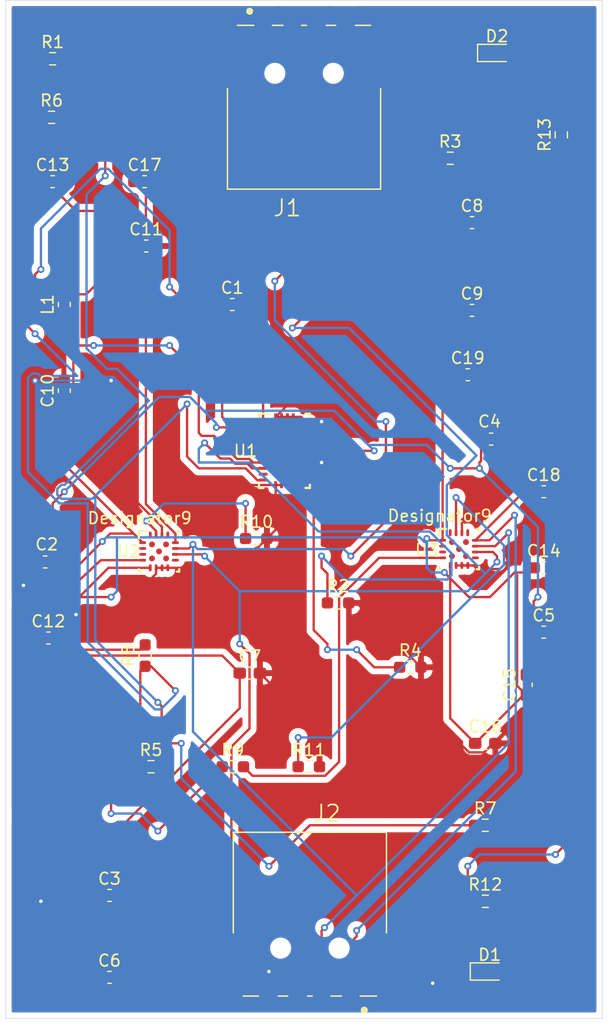
<source format=kicad_pcb>
(kicad_pcb (version 20240108) (generator "pcbnew") (generator_version "8.0")
  (title_block (title "HOPE ENGINEERING") (company "Tatenda Joseph"))
  (layers (0 "F.Cu" signal) (31 "B.Cu" signal) (34 "B.Paste" user) (35 "F.Paste" user) (36 "B.SilkS" user "B.Silkscreen") (37 "F.SilkS" user "F.Silkscreen") (38 "B.Mask" user) (39 "F.Mask" user) (44 "Edge.Cuts" user))
  (net 0 "")
  (net 1 "/SW")
  (net 2 "Net-(U1-CBOOT)")
  (net 3 "+12V")
  (net 4 "GND")
  (net 5 "/VOUT")
  (net 6 "/CS")
  (net 7 "Net-(J1-VBUS)")
  (net 8 "Net-(J2-VBUS)")
  (net 9 "Net-(D1-A)")
  (net 10 "Net-(D2-A)")
  (net 11 "/B_D+")
  (net 12 "/B_D-")
  (net 13 "Net-(U1-RT)")
  (net 14 "Net-(U1-SYNC)")
  (net 15 "/FB")
  (net 16 "Net-(U2-CS)")
  (net 17 "Net-(U3-CS)")
  (net 18 "Net-(U2-ILIM_LO)")
  (net 19 "Net-(U3-ILIM_LO)")
  (net 20 "/DIM")
  (footprint "Capacitor_SMD:C_0603_1608Metric_Pad1.08x0.95mm_HandSolder" (layer "F.Cu") (at 128.3625 128.5)
    (property "Reference" "C6")
    (property "Value" "47uF")
  )
  (footprint "Resistor_SMD:R_0603_1608Metric_Pad0.98x0.95mm_HandSolder" (layer "F.Cu") (at 140.9125 91)
    (property "Reference" "R10")
    (property "Value" "20K")
  )
  (footprint "Capacitor_SMD:C_0603_1608Metric_Pad1.08x0.95mm_HandSolder" (layer "F.Cu") (at 161 82.5)
    (property "Reference" "C4")
    (property "Value" "10uF")
  )
  (footprint "Resistor_SMD:R_0603_1608Metric_Pad0.98x0.95mm_HandSolder" (layer "F.Cu") (at 160.5 122)
    (property "Reference" "R12")
    (property "Value" "715")
  )
  (footprint "Capacitor_SMD:C_0603_1608Metric_Pad1.08x0.95mm_HandSolder" (layer "F.Cu") (at 164 103.5 90)
    (property "Reference" "C15")
    (property "Value" "0.1uF")
  )
  (footprint "Resistor_SMD:R_0603_1608Metric_Pad0.98x0.95mm_HandSolder" (layer "F.Cu") (at 154.0875 102)
    (property "Reference" "R4")
    (property "Value" "0R")
  )
  (footprint "Capacitor_SMD:C_0603_1608Metric_Pad1.08x0.95mm_HandSolder" (layer "F.Cu") (at 140.3625 102.5)
    (property "Reference" "C7")
    (property "Value" "47uF")
  )
  (footprint "Capacitor_SMD:C_0603_1608Metric_Pad1.08x0.95mm_HandSolder" (layer "F.Cu") (at 124.5 78.3625 90)
    (property "Reference" "C10")
    (property "Value" "47uF")
  )
  (footprint "Capacitor_SMD:C_0603_1608Metric_Pad1.08x0.95mm_HandSolder" (layer "F.Cu") (at 160.5 108.5)
    (property "Reference" "C16")
    (property "Value" "0.1uF")
  )
  (footprint "Capacitor_SMD:C_0603_1608Metric_Pad1.08x0.95mm_HandSolder" (layer "F.Cu") (at 138.8625 71)
    (property "Reference" "C1")
    (property "Value" "0.47uF")
  )
  (footprint "Capacitor_SMD:C_0603_1608Metric_Pad1.08x0.95mm_HandSolder" (layer "F.Cu") (at 159 77)
    (property "Reference" "C19")
    (property "Value" "2.2uF")
  )
  (footprint "Inductor_SMD:L_0603_1608Metric_Pad1.05x0.95mm_HandSolder" (layer "F.Cu") (at 124.5 71 90)
    (property "Reference" "L1")
    (property "Value" "6.8uH")
  )
  (footprint "Resistor_SMD:R_0603_1608Metric_Pad0.98x0.95mm_HandSolder" (layer "F.Cu") (at 131.9125 110.5)
    (property "Reference" "R5")
    (property "Value" "47K")
  )
  (footprint "Capacitor_SMD:C_0603_1608Metric_Pad1.08x0.95mm_HandSolder" (layer "F.Cu") (at 128.3625 121.5)
    (property "Reference" "C3")
    (property "Value" "10uF")
  )
  (footprint "Capacitor_SMD:C_0603_1608Metric_Pad1.08x0.95mm_HandSolder" (layer "F.Cu") (at 165.5 87)
    (property "Reference" "C18")
    (property "Value" "10uF")
  )
  (footprint "Capacitor_SMD:C_0603_1608Metric_Pad1.08x0.95mm_HandSolder" (layer "F.Cu") (at 123.1375 99.5)
    (property "Reference" "C12")
    (property "Value" "0.47uF")
  )
  (footprint "Diode_SMD:D_0603_1608Metric_Pad1.05x0.95mm_HandSolder" (layer "F.Cu") (at 161.5 49.5)
    (property "Reference" "D2")
    (property "Value" "LED_Filled")
  )
  (footprint "Library:CUI_UJ2-AH-1-SMT" (layer "F.Cu") (at 145 51.24)
    (property "Reference" "J1")
    (property "Value" "USB CONN")
  )
  (footprint "Capacitor_SMD:C_0603_1608Metric_Pad1.08x0.95mm_HandSolder" (layer "F.Cu") (at 165.5 99)
    (property "Reference" "C5")
    (property "Value" "0.47uF")
  )
  (footprint "Capacitor_SMD:C_0603_1608Metric_Pad1.08x0.95mm_HandSolder" (layer "F.Cu") (at 159.3625 64)
    (property "Reference" "C8")
    (property "Value" "47uF")
  )
  (footprint "Capacitor_SMD:C_0603_1608Metric_Pad1.08x0.95mm_HandSolder" (layer "F.Cu") (at 159.3625 71.5)
    (property "Reference" "C9")
    (property "Value" "47uF")
  )
  (footprint "Resistor_SMD:R_0603_1608Metric_Pad0.98x0.95mm_HandSolder" (layer "F.Cu") (at 123.4125 55)
    (property "Reference" "R6")
    (property "Value" "200K")
  )
  (footprint "Resistor_SMD:R_0603_1608Metric_Pad0.98x0.95mm_HandSolder" (layer "F.Cu") (at 131.4125 101 90)
    (property "Reference" "R8")
    (property "Value" "0R")
  )
  (footprint "Library:RNP0030A" (layer "F.Cu") (at 143.325 83.500001)
    (property "Reference" "U1")
    (property "Value" "LM73605QRNPTQ1")
  )
  (footprint "Library:RTE0016C" (layer "F.Cu") (at 158.249999 91.9)
    (property "Reference" "U3")
    (property "Value" "TPS2549RTER")
  )
  (footprint "Capacitor_SMD:C_0603_1608Metric_Pad1.08x0.95mm_HandSolder" (layer "F.Cu") (at 122.8625 93 180)
    (property "Reference" "C2")
    (property "Value" "10uF")
  )
  (footprint "Resistor_SMD:R_0603_1608Metric_Pad0.98x0.95mm_HandSolder" (layer "F.Cu") (at 123.5 50)
    (property "Reference" "R1")
    (property "Value" "2.1K")
  )
  (footprint "Capacitor_SMD:C_0603_1608Metric_Pad1.08x0.95mm_HandSolder" (layer "F.Cu") (at 165.5 93.5)
    (property "Reference" "C14")
    (property "Value" "0.1uF")
  )
  (footprint "Diode_SMD:D_0603_1608Metric_Pad1.05x0.95mm_HandSolder" (layer "F.Cu") (at 160.875 128)
    (property "Reference" "D1")
    (property "Value" "LED_Filled")
  )
  (footprint "Resistor_SMD:R_0603_1608Metric_Pad0.98x0.95mm_HandSolder" (layer "F.Cu") (at 138.9125 110.5)
    (property "Reference" "R9")
    (property "Value" "0R")
  )
  (footprint "Resistor_SMD:R_0603_1608Metric_Pad0.98x0.95mm_HandSolder" (layer "F.Cu") (at 147.9125 96.5)
    (property "Reference" "R2")
    (property "Value" "112K")
  )
  (footprint "Resistor_SMD:R_0603_1608Metric_Pad0.98x0.95mm_HandSolder" (layer "F.Cu") (at 157.5 58.5)
    (property "Reference" "R3")
    (property "Value" "3.0R")
  )
  (footprint "Capacitor_SMD:C_0603_1608Metric_Pad1.08x0.95mm_HandSolder" (layer "F.Cu") (at 131.3625 60.5)
    (property "Reference" "C17")
    (property "Value" "10uF")
  )
  (footprint "Capacitor_SMD:C_0603_1608Metric_Pad1.08x0.95mm_HandSolder" (layer "F.Cu") (at 131.5 66)
    (property "Reference" "C11")
    (property "Value" "47uF")
  )
  (footprint "Resistor_SMD:R_0603_1608Metric_Pad0.98x0.95mm_HandSolder" (layer "F.Cu") (at 145.4125 110.5)
    (property "Reference" "R11")
    (property "Value" "20K")
  )
  (footprint "Resistor_SMD:R_0603_1608Metric_Pad0.98x0.95mm_HandSolder" (layer "F.Cu") (at 167 56.5 90)
    (property "Reference" "R13")
    (property "Value" "715")
  )
  (footprint "Resistor_SMD:R_0603_1608Metric_Pad0.98x0.95mm_HandSolder" (layer "F.Cu") (at 160.5 115.5)
    (property "Reference" "R7")
    (property "Value" "10K")
  )
  (footprint "Capacitor_SMD:C_0603_1608Metric_Pad1.08x0.95mm_HandSolder" (layer "F.Cu") (at 123.5 60.5)
    (property "Reference" "C13")
    (property "Value" "0.022uF")
  )
  (footprint "Library:CUI_UJ2-AH-1-SMT" (layer "F.Cu") (at 145.5 126 180)
    (property "Reference" "J2")
    (property "Value" "USB CONN")
  )
  (footprint "Library:RTE0016C" (layer "F.Cu") (at 132.599999 92.099999)
    (property "Reference" "U2")
    (property "Value" "TPS2549RTER")
  )
  (gr_line (start 119.5 45) (end 119.5 132) (stroke (width 0.05)) (layer "Edge.Cuts"))
  (gr_line (start 170.5 132) (end 170.5 45) (stroke (width 0.05)) (layer "Edge.Cuts"))
  (gr_line (start 119.5 132) (end 170.5 132) (stroke (width 0.05)) (layer "Edge.Cuts"))
  (gr_line (start 119.5 45) (end 170.5 45) (stroke (width 0.05)) (layer "Edge.Cuts"))
  (segment (start 141.5 81.000001) (end 141.5 72.775) (width 0.2) (layer "F.Cu") (net 1))
  (segment (start 134.225 70.225) (end 133.5 69.5) (width 0.2) (layer "F.Cu") (net 1))
  (segment (start 122.425 68) (end 122 68.425) (width 0.2) (layer "F.Cu") (net 1))
  (segment (start 141.5 81.5) (end 141.5 81.000001) (width 0.2) (layer "F.Cu") (net 1))
  (segment (start 139.725 71) (end 138.95 70.225) (width 0.2) (layer "F.Cu") (net 1))
  (segment (start 122 69.375) (end 124.5 71.875) (width 0.2) (layer "F.Cu") (net 1))
  (segment (start 138.95 70.225) (end 134.225 70.225) (width 0.2) (layer "F.Cu") (net 1))
  (segment (start 122.5 68) (end 122.425 68) (width 0.2) (layer "F.Cu") (net 1))
  (segment (start 141.5 72.775) (end 139.725 71) (width 0.2) (layer "F.Cu") (net 1))
  (segment (start 122 68.425) (end 122 69.375) (width 0.2) (layer "F.Cu") (net 1))
  (segment (start 141.5 81.5) (end 141.5 83.000002) (width 0.2) (layer "F.Cu") (net 1))
  (via (at 133.5 69.5) (size 0.6) (drill 0.3) (layers "F.Cu" "B.Cu") (net 1))
  (via (at 122.5 68) (size 0.6) (drill 0.3) (layers "F.Cu" "B.Cu") (net 1))
  (segment (start 133.5 64.651471) (end 128.248529 59.4) (width 0.2) (layer "B.Cu") (net 1))
  (segment (start 122.5 64.5) (end 122.5 68) (width 0.2) (layer "B.Cu") (net 1))
  (segment (start 133.5 69.5) (end 133.5 64.651471) (width 0.2) (layer "B.Cu") (net 1))
  (segment (start 127.6 59.4) (end 122.5 64.5) (width 0.2) (layer "B.Cu") (net 1))
  (segment (start 128.248529 59.4) (end 127.6 59.4) (width 0.2) (layer "B.Cu") (net 1))
  (segment (start 141.5 83.500001) (end 140.9 83.500001) (width 0.2) (layer "F.Cu") (net 2))
  (segment (start 140.9 83.500001) (end 138 80.600001) (width 0.2) (layer "F.Cu") (net 2))
  (segment (start 138 80.600001) (end 138 71) (width 0.2) (layer "F.Cu") (net 2))
  (segment (start 123.725 90.725) (end 123.725 93) (width 0.2) (layer "F.Cu") (net 3))
  (segment (start 141 84) (end 140.900001 83.900001) (width 0.2) (layer "F.Cu") (net 3))
  (segment (start 150 83.5) (end 151 83.5) (width 0.2) (layer "F.Cu") (net 3))
  (segment (start 140.900001 83.900001) (end 140.734314 83.900001) (width 0.2) (layer "F.Cu") (net 3))
  (segment (start 160 85) (end 160 84.5) (width 0.2) (layer "F.Cu") (net 3))
  (segment (start 141 84) (end 141.5 84) (width 0.2) (layer "F.Cu") (net 3))
  (segment (start 145.15 84) (end 145.15 83.000002) (width 0.2) (layer "F.Cu") (net 3))
  (segment (start 158.1375 77) (end 158.1375 80.5) (width 0.2) (layer "F.Cu") (net 3))
  (segment (start 124.5 87) (end 123.5 88) (width 0.2) (layer "F.Cu") (net 3))
  (segment (start 164.6375 96.3625) (end 165 96) (width 0.2) (layer "F.Cu") (net 3))
  (segment (start 122.682843 95.751471) (end 123.725 94.709314) (width 0.2) (layer "F.Cu") (net 3))
  (segment (start 138.334313 81.5) (end 137.5 81.5) (width 0.2) (layer "F.Cu") (net 3))
  (segment (start 149.500002 83.000002) (end 150 83.5) (width 0.2) (layer "F.Cu") (net 3))
  (segment (start 146.251471 85.1) (end 148.4 85.1) (width 0.2) (layer "F.Cu") (net 3))
  (segment (start 145.15 83.000002) (end 149.500002 83.000002) (width 0.2) (layer "F.Cu") (net 3))
  (segment (start 158.1375 80.5) (end 160.1375 82.5) (width 0.2) (layer "F.Cu") (net 3))
  (segment (start 164.6375 99) (end 164.6375 96.3625) (width 0.2) (layer "F.Cu") (net 3))
  (segment (start 160.1375 84.3625) (end 160.1375 82.5) (width 0.2) (layer "F.Cu") (net 3))
  (segment (start 120.1 114.1) (end 120.1 97.051471) (width 0.2) (layer "F.Cu") (net 3))
  (segment (start 120.1 97.051471) (end 121.751471 95.4) (width 0.2) (layer "F.Cu") (net 3))
  (segment (start 121.751471 95.4) (end 122.248529 95.4) (width 0.2) (layer "F.Cu") (net 3))
  (segment (start 140.734314 83.900001) (end 138.334313 81.5) (width 0.2) (layer "F.Cu") (net 3))
  (segment (start 148.4 85.1) (end 150 83.5) (width 0.2) (layer "F.Cu") (net 3))
  (segment (start 122.6 95.751471) (end 122.682843 95.751471) (width 0.2) (layer "F.Cu") (net 3))
  (segment (start 123.5 90.5) (end 123.725 90.725) (width 0.2) (layer "F.Cu") (net 3))
  (segment (start 122.248529 95.4) (end 122.6 95.751471) (width 0.2) (layer "F.Cu") (net 3))
  (segment (start 145.15 85.000001) (end 146.151472 85.000001) (width 0.2) (layer "F.Cu") (net 3))
  (segment (start 123.725 94.709314) (end 123.725 93) (width 0.2) (layer "F.Cu") (net 3))
  (segment (start 146.151472 85.000001) (end 146.251471 85.1) (width 0.2) (layer "F.Cu") (net 3))
  (segment (start 127.5 121.5) (end 120.1 114.1) (width 0.2) (layer "F.Cu") (net 3))
  (segment (start 123.5 88) (end 123.5 90.5) (width 0.2) (layer "F.Cu") (net 3))
  (segment (start 160 84.5) (end 160.1375 84.3625) (width 0.2) (layer "F.Cu") (net 3))
  (segment (start 157.5 85) (end 160 85) (width 0.2) (layer "F.Cu") (net 3))
  (via (at 151 83.5) (size 0.6) (drill 0.3) (layers "F.Cu" "B.Cu") (net 3))
  (via (at 157.5 85) (size 0.6) (drill 0.3) (layers "F.Cu" "B.Cu") (net 3))
  (via (at 137.5 81.5) (size 0.6) (drill 0.3) (layers "F.Cu" "B.Cu") (net 3))
  (via (at 165 96) (size 0.6) (drill 0.3) (layers "F.Cu" "B.Cu") (net 3))
  (via (at 124.5 87) (size 0.6) (drill 0.3) (layers "F.Cu" "B.Cu") (net 3))
  (via (at 160 85) (size 0.6) (drill 0.3) (layers "F.Cu" "B.Cu") (net 3))
  (segment (start 147.575736 80.075736) (end 150.5 83) (width 0.2) (layer "B.Cu") (net 3))
  (segment (start 136.424264 80.075736) (end 147.575736 80.075736) (width 0.2) (layer "B.Cu") (net 3))
  (segment (start 132.6 78.9) (end 124.5 87) (width 0.2) (layer "B.Cu") (net 3))
  (segment (start 135.248529 78.9) (end 132.6 78.9) (width 0.2) (layer "B.Cu") (net 3))
  (segment (start 150.5 83) (end 151 83.5) (width 0.2) (layer "B.Cu") (net 3))
  (segment (start 165 96) (end 165 90) (width 0.2) (layer "B.Cu") (net 3))
  (segment (start 137.5 81.151471) (end 136.424264 80.075736) (width 0.2) (layer "B.Cu") (net 3))
  (segment (start 155.5 83) (end 157.5 85) (width 0.2) (layer "B.Cu") (net 3))
  (segment (start 150.5 83) (end 155.5 83) (width 0.2) (layer "B.Cu") (net 3))
  (segment (start 136.424264 80.075736) (end 135.248529 78.9) (width 0.2) (layer "B.Cu") (net 3))
  (segment (start 137.5 81.5) (end 137.5 81.151471) (width 0.2) (layer "B.Cu") (net 3))
  (segment (start 165 90) (end 160 85) (width 0.2) (layer "B.Cu") (net 3))
  (segment (start 126.849998 99.5) (end 124 99.5) (width 0.2) (layer "F.Cu") (net 4))
  (segment (start 132.3625 66) (end 132.3625 84.3625) (width 0.2) (layer "F.Cu") (net 4))
  (segment (start 165.475 89.025) (end 165.475 86.533278) (width 0.2) (layer "F.Cu") (net 4))
  (segment (start 166.3625 100.275) (end 164 102.6375) (width 0.2) (layer "F.Cu") (net 4))
  (segment (start 164 102.6375) (end 164.775 103.4125) (width 0.2) (layer "F.Cu") (net 4))
  (segment (start 145.15 81.000001) (end 146.499999 81.000001) (width 0.2) (layer "F.Cu") (net 4))
  (segment (start 146.2125 107.4875) (end 146.2125 100.2125) (width 0.2) (layer "F.Cu") (net 4))
  (segment (start 160 128) (end 153.15 128) (width 0.2) (layer "F.Cu") (net 4))
  (segment (start 139.4125 93.4125) (end 139.325001 93.499999) (width 0.2) (layer "F.Cu") (net 4))
  (segment (start 160.225 76.6375) (end 159.8625 77) (width 0.2) (layer "F.Cu") (net 4))
  (segment (start 159.8625 77) (end 159.8625 80.5) (width 0.2) (layer "F.Cu") (net 4))
  (segment (start 163.5 91) (end 165.475 89.025) (width 0.2) (layer "F.Cu") (net 4))
  (segment (start 132.225 60.775) (end 132.3625 60.9125) (width 0.2) (layer "F.Cu") (net 4))
  (segment (start 129.225 121.5) (end 129.225 128.079222) (width 0.2) (layer "F.Cu") (net 4))
  (segment (start 158.500001 89.399999) (end 158.500001 90.5) (width 0.2) (layer "F.Cu") (net 4))
  (segment (start 164.775 103.4125) (end 164.775 105.0875) (width 0.2) (layer "F.Cu") (net 4))
  (segment (start 125.5 97.5) (end 125.5 98.5) (width 0.2) (layer "F.Cu") (net 4))
  (segment (start 141.825 91) (end 139.4125 93.4125) (width 0.2) (layer "F.Cu") (net 4))
  (segment (start 166.3625 93.5) (end 166.3625 87.420778) (width 0.2) (layer "F.Cu") (net 4))
  (segment (start 154.6 127.6) (end 156 129) (width 0.2) (layer "F.Cu") (net 4))
  (segment (start 159.8625 80.5) (end 161.8625 82.5) (width 0.2) (layer "F.Cu") (net 4))
  (segment (start 142.574999 90.250001) (end 141.825 91) (width 0.2) (layer "F.Cu") (net 4))
  (segment (start 132.349999 93.999999) (end 126.849998 99.5) (width 0.2) (layer "F.Cu") (net 4))
  (segment (start 142.574999 86.4) (end 142.574999 90.250001) (width 0.2) (layer "F.Cu") (net 4))
  (segment (start 153.15 128) (end 152.75 127.6) (width 0.2) (layer "F.Cu") (net 4))
  (segment (start 146.325 107.6) (end 141.225 102.5) (width 0.2) (layer "F.Cu") (net 4))
  (segment (start 144.750001 80.600002) (end 145.15 81.000001) (width 0.2) (layer "F.Cu") (net 4))
  (segment (start 165.220861 86.279139) (end 164.941722 86) (width 0.2) (layer "F.Cu") (net 4))
  (segment (start 126.970778 129.275) (end 122.5 124.804222) (width 0.2) (layer "F.Cu") (net 4))
  (segment (start 134.425 86.425) (end 144.725001 86.425) (width 0.2) (layer "F.Cu") (net 4))
  (segment (start 122 94) (end 121 95) (width 0.2) (layer "F.Cu") (net 4))
  (segment (start 128.029222 129.275) (end 126.970778 129.275) (width 0.2) (layer "F.Cu") (net 4))
  (segment (start 160.625 63.6) (end 160.225 64) (width 0.2) (layer "F.Cu") (net 4))
  (segment (start 166.3625 99) (end 166.3625 100.275) (width 0.2) (layer "F.Cu") (net 4))
  (segment (start 145.15 81.000001) (end 145.15 82.5) (width 0.2) (layer "F.Cu") (net 4))
  (segment (start 152.39 49.5) (end 152.25 49.64) (width 0.2) (layer "F.Cu") (net 4))
  (segment (start 166.3625 87.420778) (end 165.220861 86.279139) (width 0.2) (layer "F.Cu") (net 4))
  (segment (start 149.77 47.16) (end 152.25 49.64) (width 0.2) (layer "F.Cu") (net 4))
  (segment (start 159.108278 109.275) (end 155 105.166722) (width 0.2) (layer "F.Cu") (net 4))
  (segment (start 145.150002 84.5) (end 145.15 84.500002) (width 0.2) (layer "F.Cu") (net 4))
  (segment (start 144.725001 86.425) (end 145.15 86.000001) (width 0.2) (layer "F.Cu") (net 4))
  (segment (start 146.5 84.5) (end 145.150002 84.5) (width 0.2) (layer "F.Cu") (net 4))
  (segment (start 132.850001 90.001472) (end 128.5 85.651471) (width 0.2) (layer "F.Cu") (net 4))
  (segment (start 137.75 54.975) (end 132.225 60.5) (width 0.2) (layer "F.Cu") (net 4))
  (segment (start 148.5 74.675001) (end 142.574999 80.600002) (width 0.2) (layer "F.Cu") (net 4))
  (segment (start 160.625 127.375) (end 160 128) (width 0.2) (layer "F.Cu") (net 4))
  (segment (start 159.5 93.3) (end 159.8 93.6) (width 0.2) (layer "F.Cu") (net 4))
  (segment (start 142 128) (end 142 130.08) (width 0.2) (layer "F.Cu") (net 4))
  (segment (start 146.2125 100.2125) (end 139.4125 93.4125) (width 0.2) (layer "F.Cu") (net 4))
  (segment (start 132.3625 60.9125) (end 132.3625 66) (width 0.2) (layer "F.Cu") (net 4))
  (segment (start 161.4125 115.5) (end 160.625 116.2875) (width 0.2) (layer "F.Cu") (net 4))
  (segment (start 161.4125 108.55) (end 161.3625 108.5) (width 0.2) (layer "F.Cu") (net 4))
  (segment (start 166.3625 87) (end 166.3625 93.5) (width 0.2) (layer "F.Cu") (net 4))
  (segment (start 164.941722 86) (end 161.9 86) (width 0.2) (layer "F.Cu") (net 4))
  (segment (start 160.225 64) (end 160.225 71.5) (width 0.2) (layer "F.Cu") (net 4))
  (segment (start 122 77.5) (end 124.5 77.5) (width 0.2) (layer "F.Cu") (net 4))
  (segment (start 161.4125 115.5) (end 161.4125 108.55) (width 0.2) (layer "F.Cu") (net 4))
  (segment (start 146.325 110.5) (end 146.325 107.6) (width 0.2) (layer "F.Cu") (net 4))
  (segment (start 161.8625 82.5) (end 166.3625 87) (width 0.2) (layer "F.Cu") (net 4))
  (segment (start 125.5 98.5) (end 124.5 99.5) (width 0.2) (layer "F.Cu") (net 4))
  (segment (start 160.391722 109.275) (end 159.108278 109.275) (width 0.2) (layer "F.Cu") (net 4))
  (segment (start 129.225 128.079222) (end 128.029222 129.275) (width 0.2) (layer "F.Cu") (net 4))
  (segment (start 159.773967 93.3) (end 159 93.3) (width 0.2) (layer "F.Cu") (net 4))
  (segment (start 148.5 47.16) (end 149.77 47.16) (width 0.2) (layer "F.Cu") (net 4))
  (segment (start 128.5 85.651471) (end 128.5 77.5) (width 0.2) (layer "F.Cu") (net 4))
  (segment (start 152.75 127.6) (end 154.6 127.6) (width 0.2) (layer "F.Cu") (net 4))
  (segment (start 159.5 93.3) (end 159.773967 93.3) (width 0.2) (layer "F.Cu") (net 4))
  (segment (start 160.225 71.5) (end 160.225 76.6375) (width 0.2) (layer "F.Cu") (net 4))
  (segment (start 146.325 107.6) (end 146.2125 107.4875) (width 0.2) (layer "F.Cu") (net 4))
  (segment (start 161.9 86) (end 158.500001 89.399999) (width 0.2) (layer "F.Cu") (net 4))
  (segment (start 142.2 130.08) (end 142 130.08) (width 0.2) (layer "F.Cu") (net 4))
  (segment (start 166.3625 93.5) (end 166.3625 99) (width 0.2) (layer "F.Cu") (net 4))
  (segment (start 129.225 128.5) (end 129.225 121.5) (width 0.2) (layer "F.Cu") (net 4))
  (segment (start 138.25 127.6) (end 140.73 130.08) (width 0.2) (layer "F.Cu") (net 4))
  (segment (start 132.349999 93.499999) (end 132.349999 93.999999) (width 0.2) (layer "F.Cu") (net 4))
  (segment (start 164.775 103.4125) (end 164.775 104.891722) (width 0.2) (layer "F.Cu") (net 4))
  (segment (start 164.775 104.891722) (end 160.391722 109.275) (width 0.2) (layer "F.Cu") (net 4))
  (segment (start 124.5 99.5) (end 124 99.5) (width 0.2) (layer "F.Cu") (net 4))
  (segment (start 161.748529 93.6) (end 163.5 91.848529) (width 0.2) (layer "F.Cu") (net 4))
  (segment (start 160.625 49.5) (end 152.39 49.5) (width 0.2) (layer "F.Cu") (net 4))
  (segment (start 138.25 127.6) (end 130.125 127.6) (width 0.2) (layer "F.Cu") (net 4))
  (segment (start 158.500001 93.3) (end 159.5 93.3) (width 0.2) (layer "F.Cu") (net 4))
  (segment (start 130.125 127.6) (end 129.225 128.5) (width 0.2) (layer "F.Cu") (net 4))
  (segment (start 132.225 60.5) (end 132.225 60.775) (width 0.2) (layer "F.Cu") (net 4))
  (segment (start 157.999999 93.3) (end 159 93.3) (width 0.2) (layer "F.Cu") (net 4))
  (segment (start 140.73 130.08) (end 142 130.08) (width 0.2) (layer "F.Cu") (net 4))
  (segment (start 159.8 93.6) (end 161.748529 93.6) (width 0.2) (layer "F.Cu") (net 4))
  (segment (start 122 77.5) (end 122 93) (width 0.2) (layer "F.Cu") (net 4))
  (segment (start 132.850001 90.699999) (end 132.850001 90.001472) (width 0.2) (layer "F.Cu") (net 4))
  (segment (start 142.574999 80.600002) (end 144.750001 80.600002) (width 0.2) (layer "F.Cu") (net 4))
  (segment (start 164.775 105.0875) (end 161.3625 108.5) (width 0.2) (layer "F.Cu") (net 4))
  (segment (start 163.5 91.848529) (end 163.5 91) (width 0.2) (layer "F.Cu") (net 4))
  (segment (start 148.5 47.16) (end 148.5 74.675001) (width 0.2) (layer "F.Cu") (net 4))
  (segment (start 155 102) (end 149.5 96.5) (width 0.2) (layer "F.Cu") (net 4))
  (segment (start 122 93) (end 122 94) (width 0.2) (layer "F.Cu") (net 4))
  (segment (start 137.75 49.64) (end 137.75 54.975) (width 0.2) (layer "F.Cu") (net 4))
  (segment (start 160.625 116.2875) (end 160.625 127.375) (width 0.2) (layer "F.Cu") (net 4))
  (segment (start 132.3625 84.3625) (end 134.425 86.425) (width 0.2) (layer "F.Cu") (net 4))
  (segment (start 165.475 86.533278) (end 165.220861 86.279139) (width 0.2) (layer "F.Cu") (net 4))
  (segment (start 149.5 96.5) (end 148.825 96.5) (width 0.2) (layer "F.Cu") (net 4))
  (segment (start 122.5 124.804222) (end 122.5 122) (width 0.2) (layer "F.Cu") (net 4))
  (segment (start 146.499999 81.000001) (end 146.5 81) (width 0.2) (layer "F.Cu") (net 4))
  (segment (start 139.325001 93.499999) (end 132.349999 93.499999) (width 0.2) (layer "F.Cu") (net 4))
  (segment (start 160.625 49.5) (end 160.625 63.6) (width 0.2) (layer "F.Cu") (net 4))
  (segment (start 155 105.166722) (end 155 102) (width 0.2) (layer "F.Cu") (net 4))
  (via (at 122.5 122) (size 0.6) (drill 0.3) (layers "F.Cu" "B.Cu") (net 4))
  (via (at 146.5 81) (size 0.6) (drill 0.3) (layers "F.Cu" "B.Cu") (net 4))
  (via (at 128.5 77.5) (size 0.6) (drill 0.3) (layers "F.Cu" "B.Cu") (net 4))
  (via (at 146.5 84.5) (size 0.6) (drill 0.3) (layers "F.Cu" "B.Cu") (net 4))
  (via (at 142 128) (size 0.6) (drill 0.3) (layers "F.Cu" "B.Cu") (net 4))
  (via (at 125.5 97.5) (size 0.6) (drill 0.3) (layers "F.Cu" "B.Cu") (net 4))
  (via (at 121 95) (size 0.6) (drill 0.3) (layers "F.Cu" "B.Cu") (net 4))
  (via (at 156 129) (size 0.6) (drill 0.3) (layers "F.Cu" "B.Cu") (net 4))
  (via (at 122 77.5) (size 0.6) (drill 0.3) (layers "F.Cu" "B.Cu") (net 4))
  (segment (start 155 130) (end 144 130) (width 0.2) (layer "B.Cu") (net 4))
  (segment (start 122.5 122) (end 125.5 119) (width 0.2) (layer "B.Cu") (net 4))
  (segment (start 146.5 81) (end 146.5 84.5) (width 0.2) (layer "B.Cu") (net 4))
  (segment (start 123 97) (end 121 95) (width 0.2) (layer "B.Cu") (net 4))
  (segment (start 125 97) (end 123 97) (width 0.2) (layer "B.Cu") (net 4))
  (segment (start 128.5 77.5) (end 122 77.5) (width 0.2) (layer "B.Cu") (net 4))
  (segment (start 125.5 97.5) (end 125 97) (width 0.2) (layer "B.Cu") (net 4))
  (segment (start 144 130) (end 142 128) (width 0.2) (layer "B.Cu") (net 4))
  (segment (start 125.5 119) (end 125.5 97.5) (width 0.2) (layer "B.Cu") (net 4))
  (segment (start 156 129) (end 155 130) (width 0.2) (layer "B.Cu") (net 4))
  (segment (start 163.225 103.5875) (end 163.225 94.125) (width 0.2) (layer "F.Cu") (net 5))
  (segment (start 163.775 104.3625) (end 159.6375 108.5) (width 0.2) (layer "F.Cu") (net 5))
  (segment (start 122.6375 60.5) (end 123 60.5) (width 0.2) (layer "F.Cu") (net 5))
  (segment (start 128.425 90.575) (end 130.425 90.575) (width 0.2) (layer "F.Cu") (net 5))
  (segment (start 120.5 98.5) (end 127.75 91.25) (width 0.2) (layer "F.Cu") (net 5))
  (segment (start 157.9625 71.5) (end 156.849999 72.612501) (width 0.2) (layer "F.Cu") (net 5))
  (segment (start 124.5 84.649999) (end 130.425 90.575) (width 0.2) (layer "F.Cu") (net 5))
  (segment (start 163 93.9) (end 160.9 96) (width 0.2) (layer "F.Cu") (net 5))
  (segment (start 123 60.5) (end 125.5 63) (width 0.2) (layer "F.Cu") (net 5))
  (segment (start 158.5 71.5) (end 157.9625 71.5) (width 0.2) (layer "F.Cu") (net 5))
  (segment (start 164 104.3625) (end 163.775 104.3625) (width 0.2) (layer "F.Cu") (net 5))
  (segment (start 128.275001 93.499999) (end 131.850001 93.499999) (width 0.2) (layer "F.Cu") (net 5))
  (segment (start 158.4125 58.5) (end 156.5875 58.5) (width 0.2) (layer "F.Cu") (net 5))
  (segment (start 158.5 64) (end 158.5 71.5) (width 0.2) (layer "F.Cu") (net 5))
  (segment (start 156.849999 72.612501) (end 156.849999 91.149999) (width 0.2) (layer "F.Cu") (net 5))
  (segment (start 125.275 70.9) (end 125.275 74.5) (width 0.2) (layer "F.Cu") (net 5))
  (segment (start 159.6375 108.5) (end 157.500001 106.362501) (width 0.2) (layer "F.Cu") (net 5))
  (segment (start 139.274266 84.2) (end 137.300001 82.225735) (width 0.2) (layer "F.Cu") (net 5))
  (segment (start 127 74.5) (end 125.275 74.5) (width 0.2) (layer "F.Cu") (net 5))
  (segment (start 163.225 94.125) (end 163 93.9) (width 0.2) (layer "F.Cu") (net 5))
  (segment (start 122.275 99.5) (end 125.6375 96.1375) (width 0.2) (layer "F.Cu") (net 5))
  (segment (start 128.3875 127.6125) (end 128.3875 116.6125) (width 0.2) (layer "F.Cu") (net 5))
  (segment (start 156.5875 69.5875) (end 158.5 71.5) (width 0.2) (layer "F.Cu") (net 5))
  (segment (start 121.7125 50.875) (end 121.7125 59.575) (width 0.2) (layer "F.Cu") (net 5))
  (segment (start 125.5 63) (end 128.166722 63) (width 0.2) (layer "F.Cu") (net 5))
  (segment (start 164.6375 93.5) (end 164.2375 93.9) (width 0.2) (layer "F.Cu") (net 5))
  (segment (start 125.6375 96.1375) (end 128.275001 93.499999) (width 0.2) (layer "F.Cu") (net 5))
  (segment (start 138 101) (end 121 101) (width 0.2) (layer "F.Cu") (net 5))
  (segment (start 156.849999 91.149999) (end 155.649999 91.149999) (width 0.2) (layer "F.Cu") (net 5))
  (segment (start 158.4125 58.9125) (end 158.5 59) (width 0.2) (layer "F.Cu") (net 5))
  (segment (start 159.1 96) (end 157 93.9) (width 0.2) (layer "F.Cu") (net 5))
  (segment (start 125.275 74.5) (end 125.275 78.45) (width 0.2) (layer "F.Cu") (net 5))
  (segment (start 130.6375 65.470778) (end 130.6375 66) (width 0.2) (layer "F.Cu") (net 5))
  (segment (start 128.3875 116.6125) (end 139.5 105.5) (width 0.2) (layer "F.Cu") (net 5))
  (segment (start 125.775 96) (end 128.5 96) (width 0.2) (layer "F.Cu") (net 5))
  (segment (start 136 77) (end 133.5 74.5) (width 0.2) (layer "F.Cu") (net 5))
  (segment (start 140.331372 84.2) (end 139.274266 84.2) (width 0.2) (layer "F.Cu") (net 5))
  (segment (start 137.300001 82.225735) (end 136.251471 82.225735) (width 0.2) (layer "F.Cu") (net 5))
  (segment (start 130.6375 66) (end 130.5 66) (width 0.2) (layer "F.Cu") (net 5))
  (segment (start 164 104.3625) (end 163.225 103.5875) (width 0.2) (layer "F.Cu") (net 5))
  (segment (start 121 101) (end 120.5 100.5) (width 0.2) (layer "F.Cu") (net 5))
  (segment (start 157.500001 106.362501) (end 157.500001 93.3) (width 0.2) (layer "F.Cu") (net 5))
  (segment (start 136 81.974264) (end 136 77) (width 0.2) (layer "F.Cu") (net 5))
  (segment (start 140.631374 84.500002) (end 140.331372 84.2) (width 0.2) (layer "F.Cu") (net 5))
  (segment (start 141.5 84.500002) (end 140.631374 84.500002) (width 0.2) (layer "F.Cu") (net 5))
  (segment (start 139.5 105.5) (end 139.5 102.5) (width 0.2) (layer "F.Cu") (net 5))
  (segment (start 157 93.9) (end 156.9 93.9) (width 0.2) (layer "F.Cu") (net 5))
  (segment (start 164.2375 93.9) (end 163 93.9) (width 0.2) (layer "F.Cu") (net 5))
  (segment (start 126.375 70.125) (end 124.5 70.125) (width 0.2) (layer "F.Cu") (net 5))
  (segment (start 130.425 90.575) (end 131.199999 91.349998) (width 0.2) (layer "F.Cu") (net 5))
  (segment (start 125.275 78.45) (end 124.5 79.225) (width 0.2) (layer "F.Cu") (net 5))
  (segment (start 121.7125 59.575) (end 122.6375 60.5) (width 0.2) (layer "F.Cu") (net 5))
  (segment (start 160.9 96) (end 159.1 96) (width 0.2) (layer "F.Cu") (net 5))
  (segment (start 155.649999 91.149999) (end 155.5 91) (width 0.2) (layer "F.Cu") (net 5))
  (segment (start 128.166722 63) (end 130.6375 65.470778) (width 0.2) (layer "F.Cu") (net 5))
  (segment (start 125.6375 96.1375) (end 125.775 96) (width 0.2) (layer "F.Cu") (net 5))
  (segment (start 124.5 79.225) (end 124.5 84.649999) (width 0.2) (layer "F.Cu") (net 5))
  (segment (start 120.5 100.5) (end 120.5 98.5) (width 0.2) (layer "F.Cu") (net 5))
  (segment (start 127.5 128.5) (end 128.3875 127.6125) (width 0.2) (layer "F.Cu") (net 5))
  (segment (start 158.5 59) (end 158.5 64) (width 0.2) (layer "F.Cu") (net 5))
  (segment (start 122.5875 50) (end 121.7125 50.875) (width 0.2) (layer "F.Cu") (net 5))
  (segment (start 124.5 70.125) (end 125.275 70.9) (width 0.2) (layer "F.Cu") (net 5))
  (segment (start 127.75 91.25) (end 128.425 90.575) (width 0.2) (layer "F.Cu") (net 5))
  (segment (start 136.251471 82.225735) (end 136 81.974264) (width 0.2) (layer "F.Cu") (net 5))
  (segment (start 156.5875 58.5) (end 156.5875 69.5875) (width 0.2) (layer "F.Cu") (net 5))
  (segment (start 158.4125 58.5) (end 158.4125 58.9125) (width 0.2) (layer "F.Cu") (net 5))
  (segment (start 130.5 66) (end 126.375 70.125) (width 0.2) (layer "F.Cu") (net 5))
  (segment (start 139.5 102.5) (end 138 101) (width 0.2) (layer "F.Cu") (net 5))
  (via (at 133.5 74.5) (size 0.6) (drill 0.3) (layers "F.Cu" "B.Cu") (net 5))
  (via (at 127.75 91.25) (size 0.6) (drill 0.3) (layers "F.Cu" "B.Cu") (net 5))
  (via (at 128.5 96) (size 0.6) (drill 0.3) (layers "F.Cu" "B.Cu") (net 5))
  (via (at 127 74.5) (size 0.6) (drill 0.3) (layers "F.Cu" "B.Cu") (net 5))
  (via (at 155.5 91) (size 0.6) (drill 0.3) (layers "F.Cu" "B.Cu") (net 5))
  (via (at 157 93.9) (size 0.6) (drill 0.3) (layers "F.Cu" "B.Cu") (net 5))
  (segment (start 155.5 91.5) (end 155.5 93.5) (width 0.2) (layer "B.Cu") (net 5))
  (segment (start 155.5 91) (end 155.5 91.5) (width 0.2) (layer "B.Cu") (net 5))
  (segment (start 129 90.9) (end 129 95.5) (width 0.2) (layer "B.Cu") (net 5))
  (segment (start 128.1 90.9) (end 127.75 91.25) (width 0.2) (layer "B.Cu") (net 5))
  (segment (start 155.5 91.5) (end 154.9 90.9) (width 0.2) (layer "B.Cu") (net 5))
  (segment (start 129 90.9) (end 128.1 90.9) (width 0.2) (layer "B.Cu") (net 5))
  (segment (start 154.9 90.9) (end 139 90.9) (width 0.2) (layer "B.Cu") (net 5))
  (segment (start 129 95.5) (end 128.5 96) (width 0.2) (layer "B.Cu") (net 5))
  (segment (start 133.5 74.5) (end 127 74.5) (width 0.2) (layer "B.Cu") (net 5))
  (segment (start 155.5 93.5) (end 155.9 93.9) (width 0.2) (layer "B.Cu") (net 5))
  (segment (start 155.9 93.9) (end 157 93.9) (width 0.2) (layer "B.Cu") (net 5))
  (segment (start 139 90.9) (end 129 90.9) (width 0.2) (layer "B.Cu") (net 5))
  (segment (start 123.375 59.5125) (end 123.375 49.533278) (width 0.2) (layer "F.Cu") (net 6))
  (segment (start 124.4125 50) (end 124.4125 53.0875) (width 0.2) (layer "F.Cu") (net 6))
  (segment (start 123.066722 49.225) (end 122.108278 49.225) (width 0.2) (layer "F.Cu") (net 6))
  (segment (start 131 110.5) (end 131 102.325) (width 0.2) (layer "F.Cu") (net 6))
  (segment (start 124.3625 60.5) (end 124.3625 56.8625) (width 0.2) (layer "F.Cu") (net 6))
  (segment (start 124.3625 60.5) (end 123.375 59.5125) (width 0.2) (layer "F.Cu") (net 6))
  (segment (start 131.9125 101.9125) (end 131.4125 101.9125) (width 0.2) (layer "F.Cu") (net 6))
  (segment (start 123.375 49.533278) (end 123.066722 49.225) (width 0.2) (layer "F.Cu") (net 6))
  (segment (start 131 111) (end 131 110.5) (width 0.2) (layer "F.Cu") (net 6))
  (segment (start 122.108278 49.225) (end 121.3125 50.020778) (width 0.2) (layer "F.Cu") (net 6))
  (segment (start 128.5 113.5) (end 131 111) (width 0.2) (layer "F.Cu") (net 6))
  (segment (start 128.5 114.5) (end 128.5 113.5) (width 0.2) (layer "F.Cu") (net 6))
  (segment (start 121.3125 72.8125) (end 122 73.5) (width 0.2) (layer "F.Cu") (net 6))
  (segment (start 138 110.5) (end 132.5 116) (width 0.2) (layer "F.Cu") (net 6))
  (segment (start 134 104) (end 131.9125 101.9125) (width 0.2) (layer "F.Cu") (net 6))
  (segment (start 121.3125 50.020778) (end 121.3125 72.8125) (width 0.2) (layer "F.Cu") (net 6))
  (segment (start 131 102.325) (end 131.4125 101.9125) (width 0.2) (layer "F.Cu") (net 6))
  (segment (start 124.3625 56.8625) (end 122.5 55) (width 0.2) (layer "F.Cu") (net 6))
  (segment (start 124.4125 53.0875) (end 122.5 55) (width 0.2) (layer "F.Cu") (net 6))
  (via (at 128.5 114.5) (size 0.6) (drill 0.3) (layers "F.Cu" "B.Cu") (net 6))
  (via (at 134 104) (size 0.6) (drill 0.3) (layers "F.Cu" "B.Cu") (net 6))
  (via (at 122 73.5) (size 0.6) (drill 0.3) (layers "F.Cu" "B.Cu") (net 6))
  (via (at 132.5 116) (size 0.6) (drill 0.3) (layers "F.Cu" "B.Cu") (net 6))
  (segment (start 132.251471 105.6) (end 132.748529 105.6) (width 0.2) (layer "B.Cu") (net 6))
  (segment (start 125.6 77.1) (end 122.448529 77.1) (width 0.2) (layer "B.Cu") (net 6))
  (segment (start 121.4 85.314215) (end 124.085785 88) (width 0.2) (layer "B.Cu") (net 6))
  (segment (start 122.248529 76.9) (end 121.751471 76.9) (width 0.2) (layer "B.Cu") (net 6))
  (segment (start 124.085785 88) (end 126.5 88) (width 0.2) (layer "B.Cu") (net 6))
  (segment (start 122 73.5) (end 125.6 77.1) (width 0.2) (layer "B.Cu") (net 6))
  (segment (start 134 104.348529) (end 134 104) (width 0.2) (layer "B.Cu") (net 6))
  (segment (start 121.751471 76.9) (end 121.4 77.251471) (width 0.2) (layer "B.Cu") (net 6))
  (segment (start 132.5 116) (end 131 114.5) (width 0.2) (layer "B.Cu") (net 6))
  (segment (start 126.5 88) (end 126.5 98) (width 0.2) (layer "B.Cu") (net 6))
  (segment (start 121.4 77.251471) (end 121.4 85.314215) (width 0.2) (layer "B.Cu") (net 6))
  (segment (start 126.5 99.848529) (end 132.251471 105.6) (width 0.2) (layer "B.Cu") (net 6))
  (segment (start 131 114.5) (end 128.5 114.5) (width 0.2) (layer "B.Cu") (net 6))
  (segment (start 132.748529 105.6) (end 134 104.348529) (width 0.2) (layer "B.Cu") (net 6))
  (segment (start 122.448529 77.1) (end 122.248529 76.9) (width 0.2) (layer "B.Cu") (net 6))
  (segment (start 126.5 98) (end 126.5 99.848529) (width 0.2) (layer "B.Cu") (net 6))
  (segment (start 133.999999 90.576028) (end 133.999999 91.349998) (width 0.2) (layer "F.Cu") (net 7))
  (segment (start 131.475 61.475) (end 131.475 88.051029) (width 0.2) (layer "F.Cu") (net 7))
  (segment (start 131.475 88.051029) (end 133.999999 90.576028) (width 0.2) (layer "F.Cu") (net 7))
  (segment (start 130.5 60.5) (end 131.475 61.475) (width 0.2) (layer "F.Cu") (net 7))
  (segment (start 141.5 47.16) (end 140.7 46.36) (width 0.2) (layer "F.Cu") (net 7))
  (segment (start 130.5 52.465) (end 130.5 60.5) (width 0.2) (layer "F.Cu") (net 7))
  (segment (start 136.605 46.36) (end 130.5 52.465) (width 0.2) (layer "F.Cu") (net 7))
  (segment (start 140.7 46.36) (end 136.605 46.36) (width 0.2) (layer "F.Cu") (net 7))
  (segment (start 163.799998 87) (end 159.649999 91.149999) (width 0.2) (layer "F.Cu") (net 8))
  (segment (start 149.5 125) (end 149 125.5) (width 0.2) (layer "F.Cu") (net 8))
  (segment (start 164.6375 87) (end 163.799998 87) (width 0.2) (layer "F.Cu") (net 8))
  (segment (start 160.850001 91.149999) (end 163 89) (width 0.2) (layer "F.Cu") (net 8))
  (segment (start 159.649999 91.149999) (end 160.850001 91.149999) (width 0.2) (layer "F.Cu") (net 8))
  (segment (start 149 125.5) (end 149 130.08) (width 0.2) (layer "F.Cu") (net 8))
  (segment (start 149.5 124.5) (end 149.5 125) (width 0.2) (layer "F.Cu") (net 8))
  (via (at 163 89) (size 0.6) (drill 0.3) (layers "F.Cu" "B.Cu") (net 8))
  (via (at 149.5 124.5) (size 0.6) (drill 0.3) (layers "F.Cu" "B.Cu") (net 8))
  (segment (start 163 89) (end 163.1 89.1) (width 0.2) (layer "B.Cu") (net 8))
  (segment (start 163.1 110.9) (end 149.5 124.5) (width 0.2) (layer "B.Cu") (net 8))
  (segment (start 163.1 89.1) (end 163.1 110.9) (width 0.2) (layer "B.Cu") (net 8))
  (segment (start 161.4125 122) (end 161.4125 127.6625) (width 0.2) (layer "F.Cu") (net 9))
  (segment (start 161.4125 127.6625) (end 161.75 128) (width 0.2) (layer "F.Cu") (net 9))
  (segment (start 162.375 49.5) (end 162.375 50.9625) (width 0.2) (layer "F.Cu") (net 10))
  (segment (start 162.375 50.9625) (end 167 55.5875) (width 0.2) (layer "F.Cu") (net 10))
  (segment (start 167 55.5875) (end 166.4625 55.5875) (width 0.2) (layer "F.Cu") (net 10))
  (segment (start 138.7875 108.7875) (end 140.3375 107.2375) (width 0.2) (layer "F.Cu") (net 11))
  (segment (start 144.5 129.28) (end 138.7875 123.5675) (width 0.2) (layer "F.Cu") (net 11))
  (segment (start 161.5 93) (end 161.5 92.5) (width 0.2) (layer "F.Cu") (net 11))
  (segment (start 140.3375 100.8375) (end 139.5 100) (width 0.2) (layer "F.Cu") (net 11))
  (segment (start 138.7875 123.5675) (end 138.7875 108.7875) (width 0.2) (layer "F.Cu") (net 11))
  (segment (start 161.15 92.15) (end 159.649999 92.15) (width 0.2) (layer "F.Cu") (net 11))
  (segment (start 161.5 92.5) (end 161.15 92.15) (width 0.2) (layer "F.Cu") (net 11))
  (segment (start 146 47.16) (end 146 71) (width 0.2) (layer "F.Cu") (net 11))
  (segment (start 136.349999 92.349999) (end 133.999999 92.349999) (width 0.2) (layer "F.Cu") (net 11))
  (segment (start 146 71) (end 144 73) (width 0.2) (layer "F.Cu") (net 11))
  (segment (start 140.3375 107.2375) (end 140.3375 100.8375) (width 0.2) (layer "F.Cu") (net 11))
  (segment (start 144.5 130.08) (end 144.5 129.28) (width 0.2) (layer "F.Cu") (net 11))
  (segment (start 136.5 92.5) (end 136.349999 92.349999) (width 0.2) (layer "F.Cu") (net 11))
  (via (at 139.5 100) (size 0.6) (drill 0.3) (layers "F.Cu" "B.Cu") (net 11))
  (via (at 144 73) (size 0.6) (drill 0.3) (layers "F.Cu" "B.Cu") (net 11))
  (via (at 136.5 92.5) (size 0.6) (drill 0.3) (layers "F.Cu" "B.Cu") (net 11))
  (via (at 161.5 93) (size 0.6) (drill 0.3) (layers "F.Cu" "B.Cu") (net 11))
  (segment (start 144 73) (end 148.848529 73) (width 0.2) (layer "B.Cu") (net 11))
  (segment (start 159 95.5) (end 160.5 94) (width 0.2) (layer "B.Cu") (net 11))
  (segment (start 157.207107 86.447306) (end 157.207107 90.707107) (width 0.2) (layer "B.Cu") (net 11))
  (segment (start 159.751471 83.902942) (end 157.207107 86.447306) (width 0.2) (layer "B.Cu") (net 11))
  (segment (start 160.5 94) (end 161.5 93) (width 0.2) (layer "B.Cu") (net 11))
  (segment (start 139.5 100) (end 139.5 95.5) (width 0.2) (layer "B.Cu") (net 11))
  (segment (start 139.5 95.5) (end 159 95.5) (width 0.2) (layer "B.Cu") (net 11))
  (segment (start 148.848529 73) (end 159.751471 83.902942) (width 0.2) (layer "B.Cu") (net 11))
  (segment (start 157.207107 90.707107) (end 160.5 94) (width 0.2) (layer "B.Cu") (net 11))
  (segment (start 139.5 95.5) (end 136.5 92.5) (width 0.2) (layer "B.Cu") (net 11))
  (segment (start 161.350002 91.649998) (end 162.5 90.5) (width 0.2) (layer "F.Cu") (net 12))
  (segment (start 144 67.5) (end 142.5 69) (width 0.2) (layer "F.Cu") (net 12))
  (segment (start 146.75 124.25) (end 146.5 124.5) (width 0.2) (layer "F.Cu") (net 12))
  (segment (start 159.649999 91.649998) (end 161.350002 91.649998) (width 0.2) (layer "F.Cu") (net 12))
  (segment (start 135.150003 91.849997) (end 133.999999 91.849997) (width 0.2) (layer "F.Cu") (net 12))
  (segment (start 146.5 124.5) (end 146.5 130.08) (width 0.2) (layer "F.Cu") (net 12))
  (segment (start 152 89.5) (end 149 92.5) (width 0.2) (layer "F.Cu") (net 12))
  (segment (start 152 81) (end 152 89.5) (width 0.2) (layer "F.Cu") (net 12))
  (segment (start 135.5 91.5) (end 135.150003 91.849997) (width 0.2) (layer "F.Cu") (net 12))
  (segment (start 144 47.16) (end 144 67.5) (width 0.2) (layer "F.Cu") (net 12))
  (via (at 149 92.5) (size 0.6) (drill 0.3) (layers "F.Cu" "B.Cu") (net 12))
  (via (at 135.5 91.5) (size 0.6) (drill 0.3) (layers "F.Cu" "B.Cu") (net 12))
  (via (at 142.5 69) (size 0.6) (drill 0.3) (layers "F.Cu" "B.Cu") (net 12))
  (via (at 152 81) (size 0.6) (drill 0.3) (layers "F.Cu" "B.Cu") (net 12))
  (via (at 162.5 90.5) (size 0.6) (drill 0.3) (layers "F.Cu" "B.Cu") (net 12))
  (via (at 146.75 124.25) (size 0.6) (drill 0.3) (layers "F.Cu" "B.Cu") (net 12))
  (segment (start 151.151471 81) (end 152 81) (width 0.2) (layer "B.Cu") (net 12))
  (segment (start 162.5 108.5) (end 149.5 121.5) (width 0.2) (layer "B.Cu") (net 12))
  (segment (start 135.9 91.9) (end 135.5 91.5) (width 0.2) (layer "B.Cu") (net 12))
  (segment (start 149 92.5) (end 148.4 91.9) (width 0.2) (layer "B.Cu") (net 12))
  (segment (start 162.5 90.5) (end 162.5 108.5) (width 0.2) (layer "B.Cu") (net 12))
  (segment (start 149.5 121.5) (end 146.75 124.25) (width 0.2) (layer "B.Cu") (net 12))
  (segment (start 148.4 91.9) (end 135.9 91.9) (width 0.2) (layer "B.Cu") (net 12))
  (segment (start 142.5 69) (end 142.5 72.348529) (width 0.2) (layer "B.Cu") (net 12))
  (segment (start 135.5 107.5) (end 135.5 91.5) (width 0.2) (layer "B.Cu") (net 12))
  (segment (start 142.5 72.348529) (end 151.151471 81) (width 0.2) (layer "B.Cu") (net 12))
  (segment (start 149.5 121.5) (end 135.5 107.5) (width 0.2) (layer "B.Cu") (net 12))
  (segment (start 146.5 93.5) (end 147 94) (width 0.2) (layer "F.Cu") (net 13))
  (segment (start 146.5 92.5) (end 146.5 93.5) (width 0.2) (layer "F.Cu") (net 13))
  (segment (start 138.674265 84.165685) (end 137.83995 84.165685) (width 0.2) (layer "F.Cu") (net 13))
  (segment (start 140.165686 84.6) (end 140.565686 85) (width 0.2) (layer "F.Cu") (net 13))
  (segment (start 137.83995 84.165685) (end 136.5 82.825735) (width 0.2) (layer "F.Cu") (net 13))
  (segment (start 140.565686 85) (end 141.5 85) (width 0.2) (layer "F.Cu") (net 13))
  (segment (start 139.10858 84.6) (end 140.165686 84.6) (width 0.2) (layer "F.Cu") (net 13))
  (segment (start 138.674265 84.165685) (end 139.10858 84.6) (width 0.2) (layer "F.Cu") (net 13))
  (segment (start 147 94) (end 147 96.5) (width 0.2) (layer "F.Cu") (net 13))
  (segment (start 141.5 85) (end 141.5 85.000001) (width 0.2) (layer "F.Cu") (net 13))
  (via (at 136.5 82.825735) (size 0.6) (drill 0.3) (layers "F.Cu" "B.Cu") (net 13))
  (via (at 146.5 92.5) (size 0.6) (drill 0.3) (layers "F.Cu" "B.Cu") (net 13))
  (segment (start 140.34853 84.5) (end 136 84.5) (width 0.2) (layer "B.Cu") (net 13))
  (segment (start 136 83.325735) (end 136.5 82.825735) (width 0.2) (layer "B.Cu") (net 13))
  (segment (start 157.6 92.251471) (end 155.748529 90.4) (width 0.2) (layer "B.Cu") (net 13))
  (segment (start 146.24853 90.4) (end 140.34853 84.5) (width 0.2) (layer "B.Cu") (net 13))
  (segment (start 157.6 94.148529) (end 157.6 92.251471) (width 0.2) (layer "B.Cu") (net 13))
  (segment (start 155.748529 90.4) (end 146.24853 90.4) (width 0.2) (layer "B.Cu") (net 13))
  (segment (start 146.5 92.5) (end 148.5 94.5) (width 0.2) (layer "B.Cu") (net 13))
  (segment (start 157.248529 94.5) (end 157.6 94.148529) (width 0.2) (layer "B.Cu") (net 13))
  (segment (start 148.5 94.5) (end 157.248529 94.5) (width 0.2) (layer "B.Cu") (net 13))
  (segment (start 136 84.5) (end 136 83.325735) (width 0.2) (layer "B.Cu") (net 13))
  (segment (start 145.75 85.500002) (end 145.825 85.575002) (width 0.2) (layer "F.Cu") (net 14))
  (segment (start 145.825 85.575002) (end 145.825 98.825) (width 0.2) (layer "F.Cu") (net 14))
  (segment (start 145.825 98.825) (end 147 100) (width 0.2) (layer "F.Cu") (net 14))
  (segment (start 145.15 85.500002) (end 145.75 85.500002) (width 0.2) (layer "F.Cu") (net 14))
  (segment (start 151 102) (end 153.175 102) (width 0.2) (layer "F.Cu") (net 14))
  (segment (start 149.5 100.5) (end 151 102) (width 0.2) (layer "F.Cu") (net 14))
  (segment (start 147 100) (end 147 100.5) (width 0.2) (layer "F.Cu") (net 14))
  (via (at 149.5 100.5) (size 0.6) (drill 0.3) (layers "F.Cu" "B.Cu") (net 14))
  (via (at 147 100.5) (size 0.6) (drill 0.3) (layers "F.Cu" "B.Cu") (net 14))
  (segment (start 147 100.5) (end 149.5 100.5) (width 0.2) (layer "B.Cu") (net 14))
  (segment (start 141.025 86.025) (end 140 85) (width 0.2) (layer "F.Cu") (net 15))
  (segment (start 159.5875 115.5) (end 145.5 115.5) (width 0.2) (layer "F.Cu") (net 15))
  (segment (start 136 85) (end 135 84) (width 0.2) (layer "F.Cu") (net 15))
  (segment (start 132.5 105) (end 132.825 105.325) (width 0.2) (layer "F.Cu") (net 15))
  (segment (start 140 85) (end 136 85) (width 0.2) (layer "F.Cu") (net 15))
  (segment (start 141.475001 86.025) (end 141.025 86.025) (width 0.2) (layer "F.Cu") (net 15))
  (segment (start 132.825 105.325) (end 132.825 108.5) (width 0.2) (layer "F.Cu") (net 15))
  (segment (start 132.825 108.5) (end 132.825 110.5) (width 0.2) (layer "F.Cu") (net 15))
  (segment (start 145.5 115.5) (end 142 119) (width 0.2) (layer "F.Cu") (net 15))
  (segment (start 134.5 108.5) (end 132.825 108.5) (width 0.2) (layer "F.Cu") (net 15))
  (segment (start 135 84) (end 135 79.5) (width 0.2) (layer "F.Cu") (net 15))
  (segment (start 124.325 55) (end 128 58.675) (width 0.2) (layer "F.Cu") (net 15))
  (segment (start 128 58.675) (end 128 60) (width 0.2) (layer "F.Cu") (net 15))
  (segment (start 141.5 86.000001) (end 141.475001 86.025) (width 0.2) (layer "F.Cu") (net 15))
  (via (at 128 60) (size 0.6) (drill 0.3) (layers "F.Cu" "B.Cu") (net 15))
  (via (at 132.5 105) (size 0.6) (drill 0.3) (layers "F.Cu" "B.Cu") (net 15))
  (via (at 142 119) (size 0.6) (drill 0.3) (layers "F.Cu" "B.Cu") (net 15))
  (via (at 134.5 108.5) (size 0.6) (drill 0.3) (layers "F.Cu" "B.Cu") (net 15))
  (via (at 135 79.5) (size 0.6) (drill 0.3) (layers "F.Cu" "B.Cu") (net 15))
  (segment (start 134.5 111.5) (end 134.5 108.5) (width 0.2) (layer "B.Cu") (net 15))
  (segment (start 142 119) (end 134.5 111.5) (width 0.2) (layer "B.Cu") (net 15))
  (segment (start 126.4 74.748529) (end 128.151471 76.5) (width 0.2) (layer "B.Cu") (net 15))
  (segment (start 124.251471 87.6) (end 126.9 87.6) (width 0.2) (layer "B.Cu") (net 15))
  (segment (start 131.717157 79.217157) (end 124.534314 86.4) (width 0.2) (layer "B.Cu") (net 15))
  (segment (start 127.15 99.65) (end 132.5 105) (width 0.2) (layer "B.Cu") (net 15))
  (segment (start 123.9 86.751471) (end 123.9 87.248529) (width 0.2) (layer "B.Cu") (net 15))
  (segment (start 124.251471 86.4) (end 123.9 86.751471) (width 0.2) (layer "B.Cu") (net 15))
  (segment (start 129 76.5) (end 131.717157 79.217157) (width 0.2) (layer "B.Cu") (net 15))
  (segment (start 126.4 61.6) (end 126.4 74.748529) (width 0.2) (layer "B.Cu") (net 15))
  (segment (start 123.9 87.248529) (end 124.251471 87.6) (width 0.2) (layer "B.Cu") (net 15))
  (segment (start 128 60) (end 126.4 61.6) (width 0.2) (layer "B.Cu") (net 15))
  (segment (start 127.15 87.35) (end 127.15 99.65) (width 0.2) (layer "B.Cu") (net 15))
  (segment (start 135 79.5) (end 127.15 87.35) (width 0.2) (layer "B.Cu") (net 15))
  (segment (start 126.9 87.6) (end 127.15 87.35) (width 0.2) (layer "B.Cu") (net 15))
  (segment (start 128.151471 76.5) (end 129 76.5) (width 0.2) (layer "B.Cu") (net 15))
  (segment (start 124.534314 86.4) (end 124.251471 86.4) (width 0.2) (layer "B.Cu") (net 15))
  (segment (start 127.620781 92.849997) (end 121 99) (width 0.2) (layer "F.Cu") (net 16))
  (segment (start 121 99) (end 121 99.529222) (width 0.2) (layer "F.Cu") (net 16))
  (segment (start 121 99.529222) (end 121.970778 100.5) (width 0.2) (layer "F.Cu") (net 16))
  (segment (start 131.199999 92.849997) (end 127.620781 92.849997) (width 0.2) (layer "F.Cu") (net 16))
  (segment (start 131 100.5) (end 131.4125 100.0875) (width 0.2) (layer "F.Cu") (net 16))
  (segment (start 121.970778 100.5) (end 131 100.5) (width 0.2) (layer "F.Cu") (net 16))
  (segment (start 140.6 111.275) (end 139.825 110.5) (width 0.2) (layer "F.Cu") (net 17))
  (segment (start 148 110.079222) (end 146.804222 111.275) (width 0.2) (layer "F.Cu") (net 17))
  (segment (start 148 96.070778) (end 148 110.079222) (width 0.2) (layer "F.Cu") (net 17))
  (segment (start 151.42078 92.649998) (end 148 96.070778) (width 0.2) (layer "F.Cu") (net 17))
  (segment (start 146.804222 111.275) (end 140.6 111.275) (width 0.2) (layer "F.Cu") (net 17))
  (segment (start 156.849999 92.649998) (end 151.42078 92.649998) (width 0.2) (layer "F.Cu") (net 17))
  (segment (start 132.349999 90.349999) (end 131.5 89.5) (width 0.2) (layer "F.Cu") (net 18))
  (segment (start 140 88) (end 140 91) (width 0.2) (layer "F.Cu") (net 18))
  (segment (start 132.349999 90.699999) (end 132.349999 90.349999) (width 0.2) (layer "F.Cu") (net 18))
  (via (at 131.5 89.5) (size 0.6) (drill 0.3) (layers "F.Cu" "B.Cu") (net 18))
  (via (at 140 88) (size 0.6) (drill 0.3) (layers "F.Cu" "B.Cu") (net 18))
  (segment (start 131.5 89.5) (end 133 88) (width 0.2) (layer "B.Cu") (net 18))
  (segment (start 133 88) (end 140 88) (width 0.2) (layer "B.Cu") (net 18))
  (segment (start 144.5 108) (end 144.5 110.5) (width 0.2) (layer "F.Cu") (net 19))
  (segment (start 157.999999 87.500001) (end 158 87.5) (width 0.2) (layer "F.Cu") (net 19))
  (segment (start 157.999999 90.5) (end 157.999999 87.500001) (width 0.2) (layer "F.Cu") (net 19))
  (via (at 158 87.5) (size 0.6) (drill 0.3) (layers "F.Cu" "B.Cu") (net 19))
  (via (at 144.5 108) (size 0.6) (drill 0.3) (layers "F.Cu" "B.Cu") (net 19))
  (segment (start 162.1 93.248529) (end 147.348529 108) (width 0.2) (layer "B.Cu") (net 19))
  (segment (start 147.348529 108) (end 144.5 108) (width 0.2) (layer "B.Cu") (net 19))
  (segment (start 158 87.5) (end 162.1 91.6) (width 0.2) (layer "B.Cu") (net 19))
  (segment (start 162.1 91.6) (end 162.1 93.248529) (width 0.2) (layer "B.Cu") (net 19))
  (segment (start 167.2 117.3) (end 166.5 118) (width 0.2) (layer "F.Cu") (net 20))
  (segment (start 167.2 57.6125) (end 167.2 117.3) (width 0.2) (layer "F.Cu") (net 20))
  (segment (start 159 120) (end 159.5875 120.5875) (width 0.2) (layer "F.Cu") (net 20))
  (segment (start 167 57.4125) (end 167.2 57.6125) (width 0.2) (layer "F.Cu") (net 20))
  (segment (start 159 119) (end 159 120) (width 0.2) (layer "F.Cu") (net 20))
  (segment (start 159.5875 120.5875) (end 159.5875 122) (width 0.2) (layer "F.Cu") (net 20))
  (via (at 159 119) (size 0.6) (drill 0.3) (layers "F.Cu" "B.Cu") (net 20))
  (via (at 166.5 118) (size 0.6) (drill 0.3) (layers "F.Cu" "B.Cu") (net 20))
  (segment (start 160 118) (end 159 119) (width 0.2) (layer "B.Cu") (net 20))
  (segment (start 166.5 118) (end 160 118) (width 0.2) (layer "B.Cu") (net 20))
  (zone (net 4) (net_name "GND") (layer "F.Cu") (connect_pads (clearance 0.5)) (min_thickness 0.25) (fill yes (thermal_gap 0.5) (thermal_bridge_width 0.5))
    (polygon (pts (xy 119.5 45) (xy 170.5 45) (xy 171 132.5) (xy 119.5 132)))
  )
  (zone (net 4) (net_name "GND") (layer "B.Cu") (priority 1) (connect_pads (clearance 0.5)) (min_thickness 0.25) (fill yes (thermal_gap 0.5) (thermal_bridge_width 0.5))
    (polygon (pts (xy 119 45) (xy 171 45) (xy 171 132.5) (xy 119.5 132.5)))
  )
)
</source>
